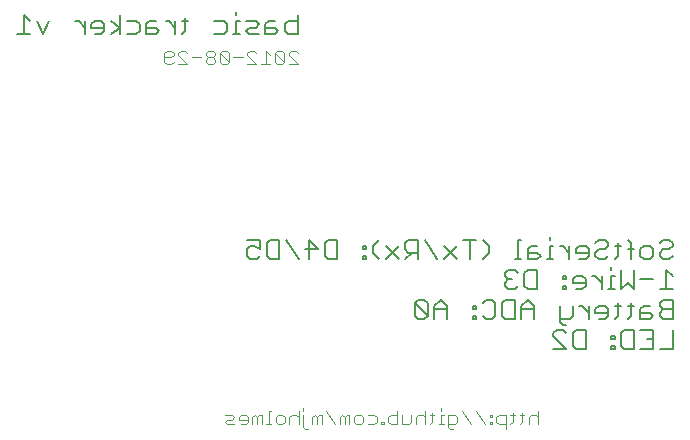
<source format=gbo>
G75*
G70*
%OFA0B0*%
%FSLAX24Y24*%
%IPPOS*%
%LPD*%
%AMOC8*
5,1,8,0,0,1.08239X$1,22.5*
%
%ADD10C,0.0060*%
%ADD11C,0.0040*%
D10*
X011499Y007410D02*
X011393Y007517D01*
X011393Y007730D01*
X011499Y007837D01*
X011606Y007837D01*
X011820Y007730D01*
X011820Y008051D01*
X011393Y008051D01*
X012037Y007944D02*
X012144Y008051D01*
X012464Y008051D01*
X012464Y007410D01*
X012144Y007410D01*
X012037Y007517D01*
X012037Y007944D01*
X012682Y008051D02*
X013109Y007410D01*
X013433Y007410D02*
X013433Y008051D01*
X013753Y007730D01*
X013326Y007730D01*
X013971Y007517D02*
X013971Y007944D01*
X014078Y008051D01*
X014398Y008051D01*
X014398Y007410D01*
X014078Y007410D01*
X013971Y007517D01*
X015258Y007517D02*
X015258Y007410D01*
X015365Y007410D01*
X015365Y007517D01*
X015258Y007517D01*
X015581Y007624D02*
X015581Y007837D01*
X015794Y008051D01*
X016012Y007837D02*
X016439Y007410D01*
X016656Y007410D02*
X016870Y007624D01*
X016763Y007624D02*
X017083Y007624D01*
X017083Y007410D02*
X017083Y008051D01*
X016763Y008051D01*
X016656Y007944D01*
X016656Y007730D01*
X016763Y007624D01*
X016439Y007837D02*
X016012Y007410D01*
X015794Y007410D02*
X015581Y007624D01*
X015365Y007730D02*
X015365Y007837D01*
X015258Y007837D01*
X015258Y007730D01*
X015365Y007730D01*
X017301Y008051D02*
X017728Y007410D01*
X017945Y007410D02*
X018373Y007837D01*
X018373Y007410D02*
X017945Y007837D01*
X018590Y008051D02*
X019017Y008051D01*
X018804Y008051D02*
X018804Y007410D01*
X019233Y007410D02*
X019447Y007624D01*
X019447Y007837D01*
X019233Y008051D01*
X020414Y008051D02*
X020414Y007410D01*
X020308Y007410D02*
X020521Y007410D01*
X020739Y007410D02*
X021059Y007410D01*
X021166Y007517D01*
X021059Y007624D01*
X020739Y007624D01*
X020739Y007730D02*
X020739Y007410D01*
X020739Y007730D02*
X020845Y007837D01*
X021059Y007837D01*
X021489Y007837D02*
X021489Y007410D01*
X021595Y007410D02*
X021382Y007410D01*
X021489Y007837D02*
X021595Y007837D01*
X021812Y007837D02*
X021919Y007837D01*
X022132Y007624D01*
X022132Y007837D02*
X022132Y007410D01*
X022350Y007624D02*
X022777Y007624D01*
X022777Y007730D02*
X022777Y007517D01*
X022670Y007410D01*
X022457Y007410D01*
X022350Y007624D02*
X022350Y007730D01*
X022457Y007837D01*
X022670Y007837D01*
X022777Y007730D01*
X022994Y007624D02*
X022994Y007517D01*
X023101Y007410D01*
X023315Y007410D01*
X023422Y007517D01*
X023638Y007410D02*
X023744Y007517D01*
X023744Y007944D01*
X023638Y007837D02*
X023851Y007837D01*
X024067Y007730D02*
X024281Y007730D01*
X024498Y007730D02*
X024605Y007837D01*
X024819Y007837D01*
X024925Y007730D01*
X024925Y007517D01*
X024819Y007410D01*
X024605Y007410D01*
X024498Y007517D01*
X024498Y007730D01*
X024174Y007944D02*
X024067Y008051D01*
X024174Y007944D02*
X024174Y007410D01*
X024281Y007051D02*
X024281Y006410D01*
X024067Y006624D01*
X023854Y006410D01*
X023854Y007051D01*
X023530Y007051D02*
X023530Y007157D01*
X023530Y006837D02*
X023530Y006410D01*
X023636Y006410D02*
X023423Y006410D01*
X023207Y006410D02*
X023207Y006837D01*
X023207Y006624D02*
X022993Y006837D01*
X022886Y006837D01*
X022670Y006730D02*
X022563Y006837D01*
X022349Y006837D01*
X022242Y006730D01*
X022242Y006624D01*
X022670Y006624D01*
X022670Y006730D02*
X022670Y006517D01*
X022563Y006410D01*
X022349Y006410D01*
X022025Y006410D02*
X022025Y006517D01*
X021918Y006517D01*
X021918Y006410D01*
X022025Y006410D01*
X022025Y006730D02*
X022025Y006837D01*
X021918Y006837D01*
X021918Y006730D01*
X022025Y006730D01*
X021058Y006410D02*
X020738Y006410D01*
X020631Y006517D01*
X020631Y006944D01*
X020738Y007051D01*
X021058Y007051D01*
X021058Y006410D01*
X020414Y006517D02*
X020307Y006410D01*
X020093Y006410D01*
X019987Y006517D01*
X019987Y006624D01*
X020093Y006730D01*
X020200Y006730D01*
X020093Y006730D02*
X019987Y006837D01*
X019987Y006944D01*
X020093Y007051D01*
X020307Y007051D01*
X020414Y006944D01*
X020306Y006051D02*
X019986Y006051D01*
X019879Y005944D01*
X019879Y005517D01*
X019986Y005410D01*
X020306Y005410D01*
X020306Y006051D01*
X020524Y005837D02*
X020524Y005410D01*
X020951Y005410D02*
X020951Y005837D01*
X020737Y006051D01*
X020524Y005837D01*
X020524Y005730D02*
X020951Y005730D01*
X021813Y005837D02*
X021813Y005303D01*
X021920Y005196D01*
X022026Y005196D01*
X021918Y005051D02*
X021705Y005051D01*
X021598Y004944D01*
X021598Y004837D01*
X022025Y004410D01*
X021598Y004410D01*
X022242Y004517D02*
X022349Y004410D01*
X022670Y004410D01*
X022670Y005051D01*
X022349Y005051D01*
X022242Y004944D01*
X022242Y004517D01*
X022025Y004944D02*
X021918Y005051D01*
X021813Y005410D02*
X022133Y005410D01*
X022240Y005517D01*
X022240Y005837D01*
X022457Y005837D02*
X022563Y005837D01*
X022777Y005624D01*
X022777Y005837D02*
X022777Y005410D01*
X022994Y005624D02*
X023422Y005624D01*
X023422Y005730D02*
X023422Y005517D01*
X023315Y005410D01*
X023101Y005410D01*
X022994Y005624D02*
X022994Y005730D01*
X023101Y005837D01*
X023315Y005837D01*
X023422Y005730D01*
X023638Y005837D02*
X023851Y005837D01*
X023744Y005944D02*
X023744Y005517D01*
X023638Y005410D01*
X024067Y005410D02*
X024174Y005517D01*
X024174Y005944D01*
X024281Y005837D02*
X024067Y005837D01*
X024498Y005730D02*
X024498Y005410D01*
X024819Y005410D01*
X024925Y005517D01*
X024819Y005624D01*
X024498Y005624D01*
X024498Y005730D02*
X024605Y005837D01*
X024819Y005837D01*
X025143Y005837D02*
X025143Y005944D01*
X025250Y006051D01*
X025570Y006051D01*
X025570Y005410D01*
X025250Y005410D01*
X025143Y005517D01*
X025143Y005624D01*
X025250Y005730D01*
X025570Y005730D01*
X025250Y005730D02*
X025143Y005837D01*
X025143Y006410D02*
X025570Y006410D01*
X025356Y006410D02*
X025356Y007051D01*
X025570Y006837D01*
X024925Y006730D02*
X024498Y006730D01*
X023636Y006837D02*
X023530Y006837D01*
X022994Y007624D02*
X023101Y007730D01*
X023315Y007730D01*
X023422Y007837D01*
X023422Y007944D01*
X023315Y008051D01*
X023101Y008051D01*
X022994Y007944D01*
X021489Y008051D02*
X021489Y008157D01*
X020521Y008051D02*
X020414Y008051D01*
X019555Y006051D02*
X019341Y006051D01*
X019235Y005944D01*
X019017Y005837D02*
X019017Y005730D01*
X018910Y005730D01*
X018910Y005837D01*
X019017Y005837D01*
X019017Y005517D02*
X019017Y005410D01*
X018910Y005410D01*
X018910Y005517D01*
X019017Y005517D01*
X019235Y005517D02*
X019341Y005410D01*
X019555Y005410D01*
X019662Y005517D01*
X019662Y005944D01*
X019555Y006051D01*
X018050Y005837D02*
X018050Y005410D01*
X017623Y005410D02*
X017623Y005837D01*
X017837Y006051D01*
X018050Y005837D01*
X018050Y005730D02*
X017623Y005730D01*
X017406Y005517D02*
X017406Y005944D01*
X017299Y006051D01*
X017085Y006051D01*
X016979Y005944D01*
X017406Y005517D01*
X017299Y005410D01*
X017085Y005410D01*
X016979Y005517D01*
X016979Y005944D01*
X011820Y007517D02*
X011713Y007410D01*
X011499Y007410D01*
X023530Y004837D02*
X023530Y004730D01*
X023636Y004730D01*
X023636Y004837D01*
X023530Y004837D01*
X023854Y004944D02*
X023961Y005051D01*
X024281Y005051D01*
X024281Y004410D01*
X023961Y004410D01*
X023854Y004517D01*
X023854Y004944D01*
X024498Y005051D02*
X024925Y005051D01*
X024925Y004410D01*
X024498Y004410D01*
X024712Y004730D02*
X024925Y004730D01*
X025143Y004410D02*
X025570Y004410D01*
X025570Y005051D01*
X023636Y004517D02*
X023636Y004410D01*
X023530Y004410D01*
X023530Y004517D01*
X023636Y004517D01*
X025250Y007410D02*
X025463Y007410D01*
X025570Y007517D01*
X025250Y007410D02*
X025143Y007517D01*
X025143Y007624D01*
X025250Y007730D01*
X025463Y007730D01*
X025570Y007837D01*
X025570Y007944D01*
X025463Y008051D01*
X025250Y008051D01*
X025143Y007944D01*
X013070Y014910D02*
X012750Y014910D01*
X012643Y015017D01*
X012643Y015230D01*
X012750Y015337D01*
X013070Y015337D01*
X013070Y015551D02*
X013070Y014910D01*
X012425Y015017D02*
X012319Y015124D01*
X011998Y015124D01*
X011998Y015230D02*
X011998Y014910D01*
X012319Y014910D01*
X012425Y015017D01*
X012319Y015337D02*
X012105Y015337D01*
X011998Y015230D01*
X011781Y015230D02*
X011674Y015337D01*
X011354Y015337D01*
X011136Y015337D02*
X011030Y015337D01*
X011030Y014910D01*
X011136Y014910D02*
X010923Y014910D01*
X010707Y015017D02*
X010600Y014910D01*
X010280Y014910D01*
X010707Y015017D02*
X010707Y015230D01*
X010600Y015337D01*
X010280Y015337D01*
X011030Y015551D02*
X011030Y015657D01*
X011461Y015124D02*
X011674Y015124D01*
X011781Y015230D01*
X011461Y015124D02*
X011354Y015017D01*
X011461Y014910D01*
X011781Y014910D01*
X009418Y015337D02*
X009204Y015337D01*
X009311Y015444D02*
X009311Y015017D01*
X009204Y014910D01*
X008988Y014910D02*
X008988Y015337D01*
X008988Y015124D02*
X008774Y015337D01*
X008668Y015337D01*
X008344Y015337D02*
X008130Y015337D01*
X008024Y015230D01*
X008024Y014910D01*
X008344Y014910D01*
X008451Y015017D01*
X008344Y015124D01*
X008024Y015124D01*
X007806Y015230D02*
X007806Y015017D01*
X007699Y014910D01*
X007379Y014910D01*
X007162Y014910D02*
X007162Y015551D01*
X007379Y015337D02*
X007699Y015337D01*
X007806Y015230D01*
X007162Y015124D02*
X006841Y015337D01*
X006625Y015230D02*
X006518Y015337D01*
X006304Y015337D01*
X006197Y015230D01*
X006197Y015124D01*
X006625Y015124D01*
X006625Y015230D02*
X006625Y015017D01*
X006518Y014910D01*
X006304Y014910D01*
X005980Y014910D02*
X005980Y015337D01*
X005980Y015124D02*
X005766Y015337D01*
X005660Y015337D01*
X004798Y015337D02*
X004585Y014910D01*
X004371Y015337D01*
X004154Y015337D02*
X003940Y015551D01*
X003940Y014910D01*
X003727Y014910D02*
X004154Y014910D01*
X006841Y014910D02*
X007162Y015124D01*
D11*
X010644Y001977D02*
X010721Y001900D01*
X010951Y001900D01*
X010875Y002053D02*
X010721Y002053D01*
X010644Y001977D01*
X010644Y002207D02*
X010875Y002207D01*
X010951Y002130D01*
X010875Y002053D01*
X011105Y002053D02*
X011412Y002053D01*
X011412Y001977D02*
X011412Y002130D01*
X011335Y002207D01*
X011182Y002207D01*
X011105Y002130D01*
X011105Y002053D01*
X011182Y001900D02*
X011335Y001900D01*
X011412Y001977D01*
X011565Y001900D02*
X011565Y002130D01*
X011642Y002207D01*
X011719Y002130D01*
X011719Y001900D01*
X011872Y001900D02*
X011872Y002207D01*
X011795Y002207D01*
X011719Y002130D01*
X012026Y001900D02*
X012179Y001900D01*
X012102Y001900D02*
X012102Y002360D01*
X012179Y002360D01*
X012333Y002130D02*
X012409Y002207D01*
X012563Y002207D01*
X012639Y002130D01*
X012639Y001977D01*
X012563Y001900D01*
X012409Y001900D01*
X012333Y001977D01*
X012333Y002130D01*
X012793Y002130D02*
X012793Y001900D01*
X013100Y001900D02*
X013100Y002360D01*
X013253Y002360D02*
X013253Y002437D01*
X013253Y002207D02*
X013253Y001823D01*
X013330Y001747D01*
X013407Y001747D01*
X013560Y001900D02*
X013560Y002130D01*
X013637Y002207D01*
X013714Y002130D01*
X013714Y001900D01*
X013867Y001900D02*
X013867Y002207D01*
X013790Y002207D01*
X013714Y002130D01*
X014021Y002360D02*
X014328Y001900D01*
X014481Y001900D02*
X014481Y002130D01*
X014558Y002207D01*
X014635Y002130D01*
X014635Y001900D01*
X014788Y001900D02*
X014788Y002207D01*
X014711Y002207D01*
X014635Y002130D01*
X014941Y002130D02*
X014941Y001977D01*
X015018Y001900D01*
X015172Y001900D01*
X015248Y001977D01*
X015248Y002130D01*
X015172Y002207D01*
X015018Y002207D01*
X014941Y002130D01*
X015402Y002207D02*
X015632Y002207D01*
X015709Y002130D01*
X015709Y001977D01*
X015632Y001900D01*
X015402Y001900D01*
X015862Y001900D02*
X015862Y001977D01*
X015939Y001977D01*
X015939Y001900D01*
X015862Y001900D01*
X016092Y001977D02*
X016092Y002130D01*
X016169Y002207D01*
X016399Y002207D01*
X016399Y002360D02*
X016399Y001900D01*
X016169Y001900D01*
X016092Y001977D01*
X016553Y001900D02*
X016553Y002207D01*
X016860Y002207D02*
X016860Y001977D01*
X016783Y001900D01*
X016553Y001900D01*
X017013Y001900D02*
X017013Y002130D01*
X017090Y002207D01*
X017243Y002207D01*
X017320Y002130D01*
X017474Y002207D02*
X017627Y002207D01*
X017550Y002284D02*
X017550Y001977D01*
X017474Y001900D01*
X017320Y001900D02*
X017320Y002360D01*
X017857Y002360D02*
X017857Y002437D01*
X017857Y002207D02*
X017857Y001900D01*
X017781Y001900D02*
X017934Y001900D01*
X018087Y001900D02*
X018318Y001900D01*
X018394Y001977D01*
X018394Y002130D01*
X018318Y002207D01*
X018087Y002207D01*
X018087Y001823D01*
X018164Y001747D01*
X018241Y001747D01*
X018855Y001900D02*
X018548Y002360D01*
X019008Y002360D02*
X019315Y001900D01*
X019469Y001900D02*
X019469Y001977D01*
X019545Y001977D01*
X019545Y001900D01*
X019469Y001900D01*
X019699Y001977D02*
X019776Y001900D01*
X020006Y001900D01*
X020159Y001900D02*
X020236Y001977D01*
X020236Y002284D01*
X020313Y002207D02*
X020159Y002207D01*
X020006Y002207D02*
X019776Y002207D01*
X019699Y002130D01*
X019699Y001977D01*
X019545Y002130D02*
X019545Y002207D01*
X019469Y002207D01*
X019469Y002130D01*
X019545Y002130D01*
X020006Y002207D02*
X020006Y001747D01*
X020466Y001900D02*
X020543Y001977D01*
X020543Y002284D01*
X020620Y002207D02*
X020466Y002207D01*
X020773Y002130D02*
X020773Y001900D01*
X021080Y001900D02*
X021080Y002360D01*
X021003Y002207D02*
X020850Y002207D01*
X020773Y002130D01*
X021003Y002207D02*
X021080Y002130D01*
X017934Y002207D02*
X017857Y002207D01*
X013100Y002130D02*
X013023Y002207D01*
X012870Y002207D01*
X012793Y002130D01*
X012773Y013900D02*
X013080Y013900D01*
X012773Y014207D01*
X012773Y014284D01*
X012850Y014360D01*
X013003Y014360D01*
X013080Y014284D01*
X012620Y014284D02*
X012620Y013977D01*
X012313Y014284D01*
X012313Y013977D01*
X012389Y013900D01*
X012543Y013900D01*
X012620Y013977D01*
X012159Y013900D02*
X011852Y013900D01*
X011699Y013900D02*
X011392Y014207D01*
X011392Y014284D01*
X011469Y014360D01*
X011622Y014360D01*
X011699Y014284D01*
X012006Y014360D02*
X012006Y013900D01*
X011699Y013900D02*
X011392Y013900D01*
X011238Y014130D02*
X010932Y014130D01*
X010778Y013977D02*
X010471Y014284D01*
X010471Y013977D01*
X010548Y013900D01*
X010701Y013900D01*
X010778Y013977D01*
X010778Y014284D01*
X010701Y014360D01*
X010548Y014360D01*
X010471Y014284D01*
X010318Y014284D02*
X010318Y014207D01*
X010241Y014130D01*
X010087Y014130D01*
X010011Y014053D01*
X010011Y013977D01*
X010087Y013900D01*
X010241Y013900D01*
X010318Y013977D01*
X010318Y014053D01*
X010241Y014130D01*
X010087Y014130D02*
X010011Y014207D01*
X010011Y014284D01*
X010087Y014360D01*
X010241Y014360D01*
X010318Y014284D01*
X009857Y014130D02*
X009550Y014130D01*
X009397Y014284D02*
X009320Y014360D01*
X009167Y014360D01*
X009090Y014284D01*
X009090Y014207D01*
X009397Y013900D01*
X009090Y013900D01*
X008936Y013977D02*
X008860Y013900D01*
X008706Y013900D01*
X008630Y013977D01*
X008630Y014284D01*
X008706Y014360D01*
X008860Y014360D01*
X008936Y014284D01*
X008936Y014207D01*
X008860Y014130D01*
X008630Y014130D01*
X012006Y014360D02*
X012159Y014207D01*
X012313Y014284D02*
X012389Y014360D01*
X012543Y014360D01*
X012620Y014284D01*
M02*

</source>
